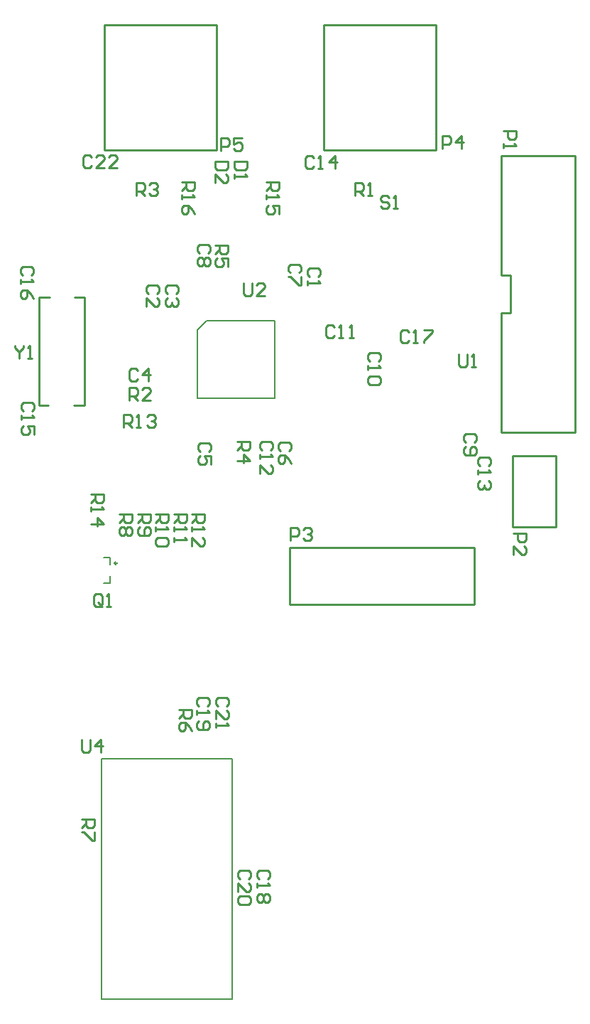
<source format=gto>
%FSLAX25Y25*%
%MOIN*%
G70*
G01*
G75*
%ADD10R,0.02835X0.02835*%
%ADD11R,0.02835X0.02835*%
%ADD12R,0.03543X0.02362*%
%ADD13R,0.03937X0.07874*%
%ADD14R,0.05512X0.08268*%
%ADD15R,0.02362X0.03543*%
%ADD16R,0.04724X0.01181*%
%ADD17R,0.01181X0.04724*%
%ADD18R,0.03937X0.19685*%
%ADD19R,0.05709X0.02362*%
%ADD20R,0.05118X0.02756*%
%ADD21R,0.14961X0.07874*%
%ADD22R,0.05906X0.07874*%
%ADD23C,0.02000*%
%ADD24C,0.00800*%
%ADD25C,0.01200*%
%ADD26C,0.01000*%
%ADD27C,0.05000*%
%ADD28C,0.07087*%
%ADD29R,0.07087X0.07087*%
%ADD30O,0.07087X0.05512*%
%ADD31C,0.25000*%
%ADD32O,0.07087X0.09843*%
%ADD33C,0.15748*%
%ADD34C,0.06299*%
%ADD35C,0.02500*%
%ADD36C,0.03200*%
%ADD37R,0.01969X0.07874*%
%ADD38C,0.01400*%
%ADD39C,0.00984*%
%ADD40C,0.00787*%
D26*
X5021653Y2922303D02*
Y2948917D01*
X4935040Y2922303D02*
X5021653D01*
X4935040D02*
Y2948917D01*
X5021653D01*
X5034449Y3003051D02*
Y3058957D01*
Y3076673D02*
Y3132579D01*
X5069094D01*
X5034449Y3058957D02*
X5038583D01*
Y3076673D01*
X5034449D02*
X5038583D01*
X5034449Y3003051D02*
X5069094D01*
Y3132579D01*
X5039567Y2958563D02*
Y2992027D01*
X5060040D01*
X5039567Y2958563D02*
X5060040D01*
Y2992027D01*
X4817221Y3066181D02*
X4822240D01*
X4817221Y3015787D02*
Y3066181D01*
Y3015787D02*
X4821650D01*
X4833854D02*
X4838776D01*
Y3066181D01*
X4834051D02*
X4838776D01*
X4847992Y3135165D02*
Y3193827D01*
Y3135165D02*
X4900551D01*
Y3193827D01*
X4847992D02*
X4900551D01*
X4951118Y3193827D02*
X5003677D01*
Y3135165D02*
Y3193827D01*
X4951118Y3135165D02*
X5003677D01*
X4951118D02*
Y3193827D01*
X4884449Y3120177D02*
X4890447D01*
Y3117178D01*
X4889447Y3116179D01*
X4887448D01*
X4886448Y3117178D01*
Y3120177D01*
Y3118178D02*
X4884449Y3116179D01*
Y3114179D02*
Y3112180D01*
Y3113179D01*
X4890447D01*
X4889447Y3114179D01*
X4890447Y3105182D02*
X4889447Y3107181D01*
X4887448Y3109181D01*
X4885448D01*
X4884449Y3108181D01*
Y3106182D01*
X4885448Y3105182D01*
X4886448D01*
X4887448Y3106182D01*
Y3109181D01*
X4924016Y3120177D02*
X4930014D01*
Y3117178D01*
X4929014Y3116179D01*
X4927015D01*
X4926015Y3117178D01*
Y3120177D01*
Y3118178D02*
X4924016Y3116179D01*
Y3114179D02*
Y3112180D01*
Y3113179D01*
X4930014D01*
X4929014Y3114179D01*
X4930014Y3105182D02*
Y3109181D01*
X4927015D01*
X4928014Y3107181D01*
Y3106182D01*
X4927015Y3105182D01*
X4925015D01*
X4924016Y3106182D01*
Y3108181D01*
X4925015Y3109181D01*
X4906097Y3130118D02*
X4900098D01*
Y3127119D01*
X4901098Y3126119D01*
X4905097D01*
X4906097Y3127119D01*
Y3130118D01*
X4900098Y3120121D02*
Y3124120D01*
X4904097Y3120121D01*
X4905097D01*
X4906097Y3121121D01*
Y3123120D01*
X4905097Y3124120D01*
X4914955Y3129921D02*
X4908957D01*
Y3126922D01*
X4909956Y3125923D01*
X4913955D01*
X4914955Y3126922D01*
Y3129921D01*
X4908957Y3123923D02*
Y3121924D01*
Y3122923D01*
X4914955D01*
X4913955Y3123923D01*
X4896290Y2874789D02*
X4897289Y2875788D01*
Y2877788D01*
X4896290Y2878787D01*
X4892291D01*
X4891291Y2877788D01*
Y2875788D01*
X4892291Y2874789D01*
X4891291Y2872789D02*
Y2870790D01*
Y2871790D01*
X4897289D01*
X4896290Y2872789D01*
X4892291Y2867791D02*
X4891291Y2866791D01*
Y2864792D01*
X4892291Y2863792D01*
X4896290D01*
X4897289Y2864792D01*
Y2866791D01*
X4896290Y2867791D01*
X4895290D01*
X4894291Y2866791D01*
Y2863792D01*
X4900098Y3090650D02*
X4906097D01*
Y3087651D01*
X4905097Y3086651D01*
X4903098D01*
X4902098Y3087651D01*
Y3090650D01*
Y3088650D02*
X4900098Y3086651D01*
X4906097Y3080653D02*
Y3084652D01*
X4903098D01*
X4904097Y3082652D01*
Y3081652D01*
X4903098Y3080653D01*
X4901098D01*
X4900098Y3081652D01*
Y3083652D01*
X4901098Y3084652D01*
X4935513Y2952409D02*
Y2958407D01*
X4938512D01*
X4939512Y2957407D01*
Y2955408D01*
X4938512Y2954408D01*
X4935513D01*
X4941512Y2957407D02*
X4942511Y2958407D01*
X4944511D01*
X4945510Y2957407D01*
Y2956407D01*
X4944511Y2955408D01*
X4943511D01*
X4944511D01*
X4945510Y2954408D01*
Y2953408D01*
X4944511Y2952409D01*
X4942511D01*
X4941512Y2953408D01*
X4948306Y3076021D02*
X4949305Y3077021D01*
Y3079020D01*
X4948306Y3080020D01*
X4944307D01*
X4943307Y3079020D01*
Y3077021D01*
X4944307Y3076021D01*
X4943307Y3074022D02*
Y3072022D01*
Y3073022D01*
X4949305D01*
X4948306Y3074022D01*
X4872813Y3067950D02*
X4873813Y3068950D01*
Y3070949D01*
X4872813Y3071949D01*
X4868814D01*
X4867815Y3070949D01*
Y3068950D01*
X4868814Y3067950D01*
X4867815Y3061952D02*
Y3065951D01*
X4871814Y3061952D01*
X4872813D01*
X4873813Y3062952D01*
Y3064951D01*
X4872813Y3065951D01*
X4881770Y3067950D02*
X4882770Y3068950D01*
Y3070949D01*
X4881770Y3071949D01*
X4877771D01*
X4876772Y3070949D01*
Y3068950D01*
X4877771Y3067950D01*
X4881770Y3065951D02*
X4882770Y3064951D01*
Y3062952D01*
X4881770Y3061952D01*
X4880770D01*
X4879771Y3062952D01*
Y3063951D01*
Y3062952D01*
X4878771Y3061952D01*
X4877771D01*
X4876772Y3062952D01*
Y3064951D01*
X4877771Y3065951D01*
X4863743Y3031967D02*
X4862743Y3032967D01*
X4860744D01*
X4859744Y3031967D01*
Y3027968D01*
X4860744Y3026969D01*
X4862743D01*
X4863743Y3027968D01*
X4868741Y3026969D02*
Y3032967D01*
X4865742Y3029967D01*
X4869741D01*
X4896880Y2993915D02*
X4897880Y2994914D01*
Y2996914D01*
X4896880Y2997913D01*
X4892882D01*
X4891882Y2996914D01*
Y2994914D01*
X4892882Y2993915D01*
X4897880Y2987917D02*
Y2991915D01*
X4894881D01*
X4895881Y2989916D01*
Y2988916D01*
X4894881Y2987917D01*
X4892882D01*
X4891882Y2988916D01*
Y2990916D01*
X4892882Y2991915D01*
X4934723Y2994427D02*
X4935722Y2995426D01*
Y2997425D01*
X4934723Y2998425D01*
X4930724D01*
X4929725Y2997425D01*
Y2995426D01*
X4930724Y2994427D01*
X4935722Y2988428D02*
X4934723Y2990428D01*
X4932723Y2992427D01*
X4930724D01*
X4929725Y2991427D01*
Y2989428D01*
X4930724Y2988428D01*
X4931724D01*
X4932723Y2989428D01*
Y2992427D01*
X4939349Y3077793D02*
X4940348Y3078792D01*
Y3080792D01*
X4939349Y3081791D01*
X4935350D01*
X4934351Y3080792D01*
Y3078792D01*
X4935350Y3077793D01*
X4940348Y3075793D02*
Y3071795D01*
X4939349D01*
X4935350Y3075793D01*
X4934351D01*
X4896632Y3086946D02*
X4897632Y3087946D01*
Y3089945D01*
X4896632Y3090945D01*
X4892633D01*
X4891634Y3089945D01*
Y3087946D01*
X4892633Y3086946D01*
X4896632Y3084947D02*
X4897632Y3083947D01*
Y3081948D01*
X4896632Y3080948D01*
X4895633D01*
X4894633Y3081948D01*
X4893633Y3080948D01*
X4892633D01*
X4891634Y3081948D01*
Y3083947D01*
X4892633Y3084947D01*
X4893633D01*
X4894633Y3083947D01*
X4895633Y3084947D01*
X4896632D01*
X4894633Y3083947D02*
Y3081948D01*
X4955987Y3052278D02*
X4954987Y3053278D01*
X4952988D01*
X4951988Y3052278D01*
Y3048279D01*
X4952988Y3047280D01*
X4954987D01*
X4955987Y3048279D01*
X4957986Y3047280D02*
X4959986D01*
X4958986D01*
Y3053278D01*
X4957986Y3052278D01*
X4962984Y3047280D02*
X4964984D01*
X4963984D01*
Y3053278D01*
X4962984Y3052278D01*
X4925916Y2994513D02*
X4926915Y2995513D01*
Y2997512D01*
X4925916Y2998512D01*
X4921917D01*
X4920917Y2997512D01*
Y2995513D01*
X4921917Y2994513D01*
X4920917Y2992514D02*
Y2990514D01*
Y2991514D01*
X4926915D01*
X4925916Y2992514D01*
X4920917Y2983517D02*
Y2987515D01*
X4924916Y2983517D01*
X4925916D01*
X4926915Y2984516D01*
Y2986516D01*
X4925916Y2987515D01*
X4814112Y3013100D02*
X4815112Y3014099D01*
Y3016099D01*
X4814112Y3017098D01*
X4810114D01*
X4809114Y3016099D01*
Y3014099D01*
X4810114Y3013100D01*
X4809114Y3011100D02*
Y3009101D01*
Y3010101D01*
X4815112D01*
X4814112Y3011100D01*
X4815112Y3002103D02*
Y3006102D01*
X4812113D01*
X4813113Y3004103D01*
Y3003103D01*
X4812113Y3002103D01*
X4810114D01*
X4809114Y3003103D01*
Y3005102D01*
X4810114Y3006102D01*
X4813711Y3076694D02*
X4814711Y3077694D01*
Y3079693D01*
X4813711Y3080693D01*
X4809712D01*
X4808713Y3079693D01*
Y3077694D01*
X4809712Y3076694D01*
X4808713Y3074695D02*
Y3072696D01*
Y3073695D01*
X4814711D01*
X4813711Y3074695D01*
X4814711Y3065698D02*
X4813711Y3067697D01*
X4811712Y3069696D01*
X4809712D01*
X4808713Y3068697D01*
Y3066697D01*
X4809712Y3065698D01*
X4810712D01*
X4811712Y3066697D01*
Y3069696D01*
X4924782Y2793493D02*
X4925782Y2794493D01*
Y2796493D01*
X4924782Y2797492D01*
X4920783D01*
X4919783Y2796493D01*
Y2794493D01*
X4920783Y2793493D01*
X4919783Y2791494D02*
Y2789495D01*
Y2790494D01*
X4925782D01*
X4924782Y2791494D01*
Y2786496D02*
X4925782Y2785496D01*
Y2783497D01*
X4924782Y2782497D01*
X4923782D01*
X4922783Y2783497D01*
X4921783Y2782497D01*
X4920783D01*
X4919783Y2783497D01*
Y2785496D01*
X4920783Y2786496D01*
X4921783D01*
X4922783Y2785496D01*
X4923782Y2786496D01*
X4924782D01*
X4922783Y2785496D02*
Y2783497D01*
X4991145Y3049983D02*
X4990145Y3050982D01*
X4988145D01*
X4987146Y3049983D01*
Y3045984D01*
X4988145Y3044984D01*
X4990145D01*
X4991145Y3045984D01*
X4993144Y3044984D02*
X4995143D01*
X4994143D01*
Y3050982D01*
X4993144Y3049983D01*
X4998142Y3050982D02*
X5002141D01*
Y3049983D01*
X4998142Y3045984D01*
Y3044984D01*
X4915809Y2793493D02*
X4916809Y2794493D01*
Y2796493D01*
X4915809Y2797492D01*
X4911811D01*
X4910811Y2796493D01*
Y2794493D01*
X4911811Y2793493D01*
X4910811Y2787495D02*
Y2791494D01*
X4914810Y2787495D01*
X4915809D01*
X4916809Y2788495D01*
Y2790494D01*
X4915809Y2791494D01*
Y2785496D02*
X4916809Y2784496D01*
Y2782497D01*
X4915809Y2781497D01*
X4911811D01*
X4910811Y2782497D01*
Y2784496D01*
X4911811Y2785496D01*
X4915809D01*
X4905290Y2874789D02*
X4906289Y2875788D01*
Y2877788D01*
X4905290Y2878787D01*
X4901291D01*
X4900291Y2877788D01*
Y2875788D01*
X4901291Y2874789D01*
X4900291Y2868791D02*
Y2872789D01*
X4904290Y2868791D01*
X4905290D01*
X4906289Y2869790D01*
Y2871790D01*
X4905290Y2872789D01*
X4900291Y2866791D02*
Y2864792D01*
Y2865792D01*
X4906289D01*
X4905290Y2866791D01*
X5035271Y3144315D02*
X5041270D01*
Y3141316D01*
X5040270Y3140316D01*
X5038271D01*
X5037271Y3141316D01*
Y3144315D01*
X5035271Y3138317D02*
Y3136318D01*
Y3137317D01*
X5041270D01*
X5040270Y3138317D01*
X5040059Y2955610D02*
X5046057D01*
Y2952611D01*
X5045057Y2951612D01*
X5043058D01*
X5042059Y2952611D01*
Y2955610D01*
X5040059Y2945613D02*
Y2949612D01*
X5044058Y2945613D01*
X5045057D01*
X5046057Y2946613D01*
Y2948613D01*
X5045057Y2949612D01*
X5006791Y3135925D02*
Y3141923D01*
X5009790D01*
X5010790Y3140924D01*
Y3138924D01*
X5009790Y3137925D01*
X5006791D01*
X5015788Y3135925D02*
Y3141923D01*
X5012790Y3138924D01*
X5016788D01*
X4902854Y3134941D02*
Y3140939D01*
X4905853D01*
X4906853Y3139939D01*
Y3137940D01*
X4905853Y3136940D01*
X4902854D01*
X4912851Y3140939D02*
X4908852D01*
Y3137940D01*
X4910852Y3138940D01*
X4911852D01*
X4912851Y3137940D01*
Y3135941D01*
X4911852Y3134941D01*
X4909852D01*
X4908852Y3135941D01*
X4910354Y2998512D02*
X4916352D01*
Y2995513D01*
X4915353Y2994513D01*
X4913353D01*
X4912354Y2995513D01*
Y2998512D01*
Y2996512D02*
X4910354Y2994513D01*
Y2989515D02*
X4916352D01*
X4913353Y2992514D01*
Y2988515D01*
X4859689Y3017850D02*
Y3023848D01*
X4862688D01*
X4863688Y3022849D01*
Y3020849D01*
X4862688Y3019850D01*
X4859689D01*
X4861688D02*
X4863688Y3017850D01*
X4869686D02*
X4865687D01*
X4869686Y3021849D01*
Y3022849D01*
X4868686Y3023848D01*
X4866687D01*
X4865687Y3022849D01*
X4863189Y3113976D02*
Y3119974D01*
X4866188D01*
X4867188Y3118975D01*
Y3116975D01*
X4866188Y3115976D01*
X4863189D01*
X4865188D02*
X4867188Y3113976D01*
X4869187Y3118975D02*
X4870187Y3119974D01*
X4872186D01*
X4873186Y3118975D01*
Y3117975D01*
X4872186Y3116975D01*
X4871186D01*
X4872186D01*
X4873186Y3115976D01*
Y3114976D01*
X4872186Y3113976D01*
X4870187D01*
X4869187Y3114976D01*
X4882972Y2872835D02*
X4888971D01*
Y2869836D01*
X4887971Y2868836D01*
X4885971D01*
X4884972Y2869836D01*
Y2872835D01*
Y2870835D02*
X4882972Y2868836D01*
X4888971Y2862838D02*
X4887971Y2864837D01*
X4885971Y2866837D01*
X4883972D01*
X4882972Y2865837D01*
Y2863837D01*
X4883972Y2862838D01*
X4884972D01*
X4885971Y2863837D01*
Y2866837D01*
X4837291Y2821787D02*
X4843290D01*
Y2818788D01*
X4842290Y2817789D01*
X4840290D01*
X4839291Y2818788D01*
Y2821787D01*
Y2819788D02*
X4837291Y2817789D01*
X4843290Y2815789D02*
Y2811791D01*
X4842290D01*
X4838291Y2815789D01*
X4837291D01*
X4981644Y3112883D02*
X4980645Y3113882D01*
X4978645D01*
X4977646Y3112883D01*
Y3111883D01*
X4978645Y3110883D01*
X4980645D01*
X4981644Y3109884D01*
Y3108884D01*
X4980645Y3107884D01*
X4978645D01*
X4977646Y3108884D01*
X4983644Y3107884D02*
X4985643D01*
X4984644D01*
Y3113882D01*
X4983644Y3112883D01*
X4913484Y3072927D02*
Y3067929D01*
X4914484Y3066929D01*
X4916483D01*
X4917483Y3067929D01*
Y3072927D01*
X4923481Y3066929D02*
X4919482D01*
X4923481Y3070928D01*
Y3071927D01*
X4922481Y3072927D01*
X4920482D01*
X4919482Y3071927D01*
X4837500Y2858951D02*
Y2853952D01*
X4838500Y2852953D01*
X4840499D01*
X4841499Y2853952D01*
Y2858951D01*
X4846497Y2852953D02*
Y2858951D01*
X4843498Y2855952D01*
X4847497D01*
X4806146Y3043482D02*
Y3042483D01*
X4808145Y3040483D01*
X4810144Y3042483D01*
Y3043482D01*
X4808145Y3040483D02*
Y3037484D01*
X4812144D02*
X4814143D01*
X4813144D01*
Y3043482D01*
X4812144Y3042483D01*
X4847018Y2922267D02*
Y2926266D01*
X4846019Y2927266D01*
X4844019D01*
X4843020Y2926266D01*
Y2922267D01*
X4844019Y2921268D01*
X4846019D01*
X4845019Y2923267D02*
X4847018Y2921268D01*
X4846019D02*
X4847018Y2922267D01*
X4849018Y2921268D02*
X4851017D01*
X4850018D01*
Y2927266D01*
X4849018Y2926266D01*
X4855146Y2964768D02*
X4861144D01*
Y2961769D01*
X4860144Y2960769D01*
X4858145D01*
X4857145Y2961769D01*
Y2964768D01*
Y2962768D02*
X4855146Y2960769D01*
X4860144Y2958770D02*
X4861144Y2957770D01*
Y2955771D01*
X4860144Y2954771D01*
X4859144D01*
X4858145Y2955771D01*
X4857145Y2954771D01*
X4856145D01*
X4855146Y2955771D01*
Y2957770D01*
X4856145Y2958770D01*
X4857145D01*
X4858145Y2957770D01*
X4859144Y2958770D01*
X4860144D01*
X4858145Y2957770D02*
Y2955771D01*
X4863646Y2964768D02*
X4869644D01*
Y2961769D01*
X4868644Y2960769D01*
X4866645D01*
X4865645Y2961769D01*
Y2964768D01*
Y2962768D02*
X4863646Y2960769D01*
X4864645Y2958770D02*
X4863646Y2957770D01*
Y2955771D01*
X4864645Y2954771D01*
X4868644D01*
X4869644Y2955771D01*
Y2957770D01*
X4868644Y2958770D01*
X4867645D01*
X4866645Y2957770D01*
Y2954771D01*
X4872146Y2964768D02*
X4878144D01*
Y2961769D01*
X4877144Y2960769D01*
X4875145D01*
X4874145Y2961769D01*
Y2964768D01*
Y2962768D02*
X4872146Y2960769D01*
Y2958770D02*
Y2956770D01*
Y2957770D01*
X4878144D01*
X4877144Y2958770D01*
Y2953771D02*
X4878144Y2952772D01*
Y2950772D01*
X4877144Y2949773D01*
X4873145D01*
X4872146Y2950772D01*
Y2952772D01*
X4873145Y2953771D01*
X4877144D01*
X4880646Y2964768D02*
X4886644D01*
Y2961769D01*
X4885644Y2960769D01*
X4883645D01*
X4882645Y2961769D01*
Y2964768D01*
Y2962768D02*
X4880646Y2960769D01*
Y2958770D02*
Y2956770D01*
Y2957770D01*
X4886644D01*
X4885644Y2958770D01*
X4880646Y2953771D02*
Y2951772D01*
Y2952772D01*
X4886644D01*
X4885644Y2953771D01*
X4889146Y2964768D02*
X4895144D01*
Y2961769D01*
X4894144Y2960769D01*
X4892145D01*
X4891145Y2961769D01*
Y2964768D01*
Y2962768D02*
X4889146Y2960769D01*
Y2958770D02*
Y2956770D01*
Y2957770D01*
X4895144D01*
X4894144Y2958770D01*
X4889146Y2949773D02*
Y2953771D01*
X4893144Y2949773D01*
X4894144D01*
X4895144Y2950772D01*
Y2952772D01*
X4894144Y2953771D01*
X4857087Y3005413D02*
Y3011411D01*
X4860086D01*
X4861085Y3010412D01*
Y3008412D01*
X4860086Y3007413D01*
X4857087D01*
X4859086D02*
X4861085Y3005413D01*
X4863085D02*
X4865084D01*
X4864084D01*
Y3011411D01*
X4863085Y3010412D01*
X4868083D02*
X4869083Y3011411D01*
X4871082D01*
X4872082Y3010412D01*
Y3009412D01*
X4871082Y3008412D01*
X4870082D01*
X4871082D01*
X4872082Y3007413D01*
Y3006413D01*
X4871082Y3005413D01*
X4869083D01*
X4868083Y3006413D01*
X4841831Y2974016D02*
X4847829D01*
Y2971017D01*
X4846829Y2970017D01*
X4844830D01*
X4843830Y2971017D01*
Y2974016D01*
Y2972016D02*
X4841831Y2970017D01*
Y2968018D02*
Y2966018D01*
Y2967018D01*
X4847829D01*
X4846829Y2968018D01*
X4841831Y2960020D02*
X4847829D01*
X4844830Y2963019D01*
Y2959021D01*
X4965776Y3114000D02*
Y3119998D01*
X4968774D01*
X4969774Y3118998D01*
Y3116999D01*
X4968774Y3115999D01*
X4965776D01*
X4967775D02*
X4969774Y3114000D01*
X4971774D02*
X4973773D01*
X4972773D01*
Y3119998D01*
X4971774Y3118998D01*
X5028522Y2987438D02*
X5029522Y2988438D01*
Y2990437D01*
X5028522Y2991437D01*
X5024523D01*
X5023524Y2990437D01*
Y2988438D01*
X5024523Y2987438D01*
X5023524Y2985439D02*
Y2983440D01*
Y2984439D01*
X5029522D01*
X5028522Y2985439D01*
Y2980441D02*
X5029522Y2979441D01*
Y2977441D01*
X5028522Y2976442D01*
X5027522D01*
X5026522Y2977441D01*
Y2978441D01*
Y2977441D01*
X5025523Y2976442D01*
X5024523D01*
X5023524Y2977441D01*
Y2979441D01*
X5024523Y2980441D01*
X4946321Y3131672D02*
X4945322Y3132671D01*
X4943322D01*
X4942323Y3131672D01*
Y3127673D01*
X4943322Y3126673D01*
X4945322D01*
X4946321Y3127673D01*
X4948321Y3126673D02*
X4950320D01*
X4949321D01*
Y3132671D01*
X4948321Y3131672D01*
X4956318Y3126673D02*
Y3132671D01*
X4953319Y3129672D01*
X4957318D01*
X4841892Y3131967D02*
X4840893Y3132967D01*
X4838894D01*
X4837894Y3131967D01*
Y3127968D01*
X4838894Y3126969D01*
X4840893D01*
X4841892Y3127968D01*
X4847890Y3126969D02*
X4843892D01*
X4847890Y3130967D01*
Y3131967D01*
X4846891Y3132967D01*
X4844891D01*
X4843892Y3131967D01*
X4853888Y3126969D02*
X4849890D01*
X4853888Y3130967D01*
Y3131967D01*
X4852889Y3132967D01*
X4850890D01*
X4849890Y3131967D01*
X5021829Y2998363D02*
X5022829Y2999363D01*
Y3001362D01*
X5021829Y3002362D01*
X5017830D01*
X5016831Y3001362D01*
Y2999363D01*
X5017830Y2998363D01*
Y2996364D02*
X5016831Y2995365D01*
Y2993365D01*
X5017830Y2992365D01*
X5021829D01*
X5022829Y2993365D01*
Y2995365D01*
X5021829Y2996364D01*
X5020829D01*
X5019830Y2995365D01*
Y2992365D01*
X4976553Y3036454D02*
X4977553Y3037454D01*
Y3039453D01*
X4976553Y3040453D01*
X4972555D01*
X4971555Y3039453D01*
Y3037454D01*
X4972555Y3036454D01*
X4971555Y3034455D02*
Y3032455D01*
Y3033455D01*
X4977553D01*
X4976553Y3034455D01*
Y3029456D02*
X4977553Y3028457D01*
Y3026457D01*
X4976553Y3025458D01*
X4972555D01*
X4971555Y3026457D01*
Y3028457D01*
X4972555Y3029456D01*
X4976553D01*
X5014272Y3039758D02*
Y3034760D01*
X5015271Y3033760D01*
X5017271D01*
X5018270Y3034760D01*
Y3039758D01*
X5020270Y3033760D02*
X5022269D01*
X5021269D01*
Y3039758D01*
X5020270Y3038758D01*
D39*
X4853827Y2941614D02*
G03*
X4853827Y2941614I-492J0D01*
G01*
D40*
X4908039Y2737453D02*
Y2849854D01*
X4846819D02*
X4908039D01*
X4846819Y2737453D02*
Y2849854D01*
Y2737453D02*
X4908039D01*
X4891614Y3019051D02*
Y3050921D01*
Y3019051D02*
X4927953D01*
Y3055390D01*
X4896083D02*
X4927953D01*
X4891614Y3050921D02*
X4896083Y3055390D01*
X4847626Y2944173D02*
X4850776D01*
Y2941024D02*
Y2944173D01*
X4847626Y2932362D02*
X4850776D01*
Y2935512D01*
M02*

</source>
